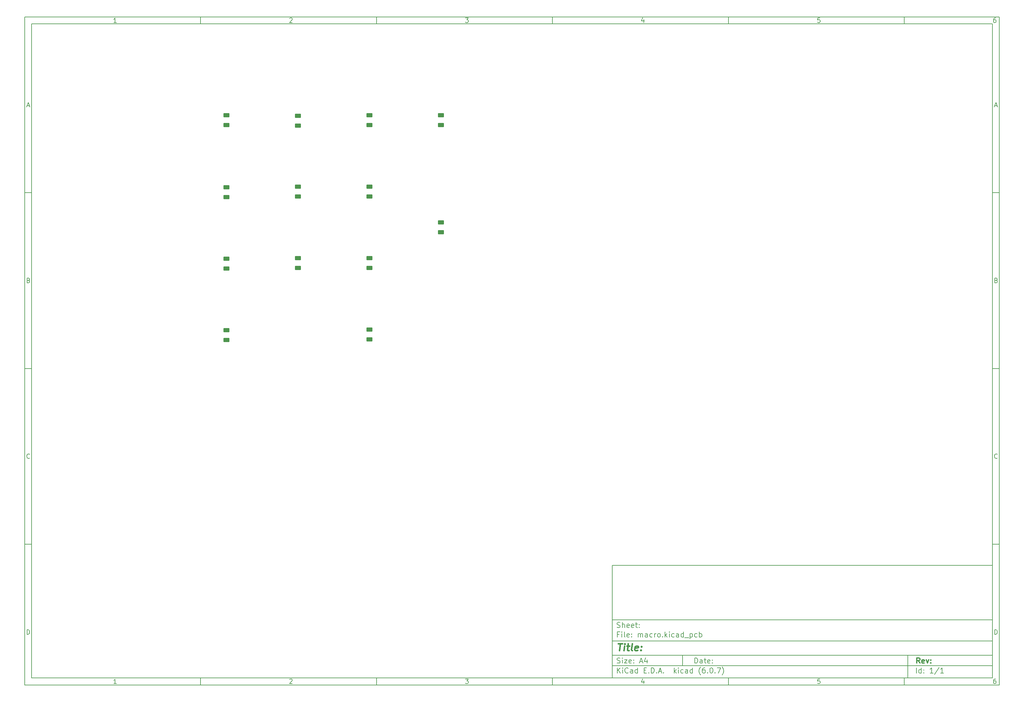
<source format=gbr>
%TF.GenerationSoftware,KiCad,Pcbnew,(6.0.7)*%
%TF.CreationDate,2022-08-16T17:25:39+02:00*%
%TF.ProjectId,macro,6d616372-6f2e-46b6-9963-61645f706362,rev?*%
%TF.SameCoordinates,Original*%
%TF.FileFunction,Paste,Top*%
%TF.FilePolarity,Positive*%
%FSLAX46Y46*%
G04 Gerber Fmt 4.6, Leading zero omitted, Abs format (unit mm)*
G04 Created by KiCad (PCBNEW (6.0.7)) date 2022-08-16 17:25:39*
%MOMM*%
%LPD*%
G01*
G04 APERTURE LIST*
G04 Aperture macros list*
%AMRoundRect*
0 Rectangle with rounded corners*
0 $1 Rounding radius*
0 $2 $3 $4 $5 $6 $7 $8 $9 X,Y pos of 4 corners*
0 Add a 4 corners polygon primitive as box body*
4,1,4,$2,$3,$4,$5,$6,$7,$8,$9,$2,$3,0*
0 Add four circle primitives for the rounded corners*
1,1,$1+$1,$2,$3*
1,1,$1+$1,$4,$5*
1,1,$1+$1,$6,$7*
1,1,$1+$1,$8,$9*
0 Add four rect primitives between the rounded corners*
20,1,$1+$1,$2,$3,$4,$5,0*
20,1,$1+$1,$4,$5,$6,$7,0*
20,1,$1+$1,$6,$7,$8,$9,0*
20,1,$1+$1,$8,$9,$2,$3,0*%
G04 Aperture macros list end*
%ADD10C,0.100000*%
%ADD11C,0.150000*%
%ADD12C,0.300000*%
%ADD13C,0.400000*%
%ADD14RoundRect,0.250000X0.625000X-0.375000X0.625000X0.375000X-0.625000X0.375000X-0.625000X-0.375000X0*%
G04 APERTURE END LIST*
D10*
D11*
X177002200Y-166007200D02*
X177002200Y-198007200D01*
X285002200Y-198007200D01*
X285002200Y-166007200D01*
X177002200Y-166007200D01*
D10*
D11*
X10000000Y-10000000D02*
X10000000Y-200007200D01*
X287002200Y-200007200D01*
X287002200Y-10000000D01*
X10000000Y-10000000D01*
D10*
D11*
X12000000Y-12000000D02*
X12000000Y-198007200D01*
X285002200Y-198007200D01*
X285002200Y-12000000D01*
X12000000Y-12000000D01*
D10*
D11*
X60000000Y-12000000D02*
X60000000Y-10000000D01*
D10*
D11*
X110000000Y-12000000D02*
X110000000Y-10000000D01*
D10*
D11*
X160000000Y-12000000D02*
X160000000Y-10000000D01*
D10*
D11*
X210000000Y-12000000D02*
X210000000Y-10000000D01*
D10*
D11*
X260000000Y-12000000D02*
X260000000Y-10000000D01*
D10*
D11*
X36065476Y-11588095D02*
X35322619Y-11588095D01*
X35694047Y-11588095D02*
X35694047Y-10288095D01*
X35570238Y-10473809D01*
X35446428Y-10597619D01*
X35322619Y-10659523D01*
D10*
D11*
X85322619Y-10411904D02*
X85384523Y-10350000D01*
X85508333Y-10288095D01*
X85817857Y-10288095D01*
X85941666Y-10350000D01*
X86003571Y-10411904D01*
X86065476Y-10535714D01*
X86065476Y-10659523D01*
X86003571Y-10845238D01*
X85260714Y-11588095D01*
X86065476Y-11588095D01*
D10*
D11*
X135260714Y-10288095D02*
X136065476Y-10288095D01*
X135632142Y-10783333D01*
X135817857Y-10783333D01*
X135941666Y-10845238D01*
X136003571Y-10907142D01*
X136065476Y-11030952D01*
X136065476Y-11340476D01*
X136003571Y-11464285D01*
X135941666Y-11526190D01*
X135817857Y-11588095D01*
X135446428Y-11588095D01*
X135322619Y-11526190D01*
X135260714Y-11464285D01*
D10*
D11*
X185941666Y-10721428D02*
X185941666Y-11588095D01*
X185632142Y-10226190D02*
X185322619Y-11154761D01*
X186127380Y-11154761D01*
D10*
D11*
X236003571Y-10288095D02*
X235384523Y-10288095D01*
X235322619Y-10907142D01*
X235384523Y-10845238D01*
X235508333Y-10783333D01*
X235817857Y-10783333D01*
X235941666Y-10845238D01*
X236003571Y-10907142D01*
X236065476Y-11030952D01*
X236065476Y-11340476D01*
X236003571Y-11464285D01*
X235941666Y-11526190D01*
X235817857Y-11588095D01*
X235508333Y-11588095D01*
X235384523Y-11526190D01*
X235322619Y-11464285D01*
D10*
D11*
X285941666Y-10288095D02*
X285694047Y-10288095D01*
X285570238Y-10350000D01*
X285508333Y-10411904D01*
X285384523Y-10597619D01*
X285322619Y-10845238D01*
X285322619Y-11340476D01*
X285384523Y-11464285D01*
X285446428Y-11526190D01*
X285570238Y-11588095D01*
X285817857Y-11588095D01*
X285941666Y-11526190D01*
X286003571Y-11464285D01*
X286065476Y-11340476D01*
X286065476Y-11030952D01*
X286003571Y-10907142D01*
X285941666Y-10845238D01*
X285817857Y-10783333D01*
X285570238Y-10783333D01*
X285446428Y-10845238D01*
X285384523Y-10907142D01*
X285322619Y-11030952D01*
D10*
D11*
X60000000Y-198007200D02*
X60000000Y-200007200D01*
D10*
D11*
X110000000Y-198007200D02*
X110000000Y-200007200D01*
D10*
D11*
X160000000Y-198007200D02*
X160000000Y-200007200D01*
D10*
D11*
X210000000Y-198007200D02*
X210000000Y-200007200D01*
D10*
D11*
X260000000Y-198007200D02*
X260000000Y-200007200D01*
D10*
D11*
X36065476Y-199595295D02*
X35322619Y-199595295D01*
X35694047Y-199595295D02*
X35694047Y-198295295D01*
X35570238Y-198481009D01*
X35446428Y-198604819D01*
X35322619Y-198666723D01*
D10*
D11*
X85322619Y-198419104D02*
X85384523Y-198357200D01*
X85508333Y-198295295D01*
X85817857Y-198295295D01*
X85941666Y-198357200D01*
X86003571Y-198419104D01*
X86065476Y-198542914D01*
X86065476Y-198666723D01*
X86003571Y-198852438D01*
X85260714Y-199595295D01*
X86065476Y-199595295D01*
D10*
D11*
X135260714Y-198295295D02*
X136065476Y-198295295D01*
X135632142Y-198790533D01*
X135817857Y-198790533D01*
X135941666Y-198852438D01*
X136003571Y-198914342D01*
X136065476Y-199038152D01*
X136065476Y-199347676D01*
X136003571Y-199471485D01*
X135941666Y-199533390D01*
X135817857Y-199595295D01*
X135446428Y-199595295D01*
X135322619Y-199533390D01*
X135260714Y-199471485D01*
D10*
D11*
X185941666Y-198728628D02*
X185941666Y-199595295D01*
X185632142Y-198233390D02*
X185322619Y-199161961D01*
X186127380Y-199161961D01*
D10*
D11*
X236003571Y-198295295D02*
X235384523Y-198295295D01*
X235322619Y-198914342D01*
X235384523Y-198852438D01*
X235508333Y-198790533D01*
X235817857Y-198790533D01*
X235941666Y-198852438D01*
X236003571Y-198914342D01*
X236065476Y-199038152D01*
X236065476Y-199347676D01*
X236003571Y-199471485D01*
X235941666Y-199533390D01*
X235817857Y-199595295D01*
X235508333Y-199595295D01*
X235384523Y-199533390D01*
X235322619Y-199471485D01*
D10*
D11*
X285941666Y-198295295D02*
X285694047Y-198295295D01*
X285570238Y-198357200D01*
X285508333Y-198419104D01*
X285384523Y-198604819D01*
X285322619Y-198852438D01*
X285322619Y-199347676D01*
X285384523Y-199471485D01*
X285446428Y-199533390D01*
X285570238Y-199595295D01*
X285817857Y-199595295D01*
X285941666Y-199533390D01*
X286003571Y-199471485D01*
X286065476Y-199347676D01*
X286065476Y-199038152D01*
X286003571Y-198914342D01*
X285941666Y-198852438D01*
X285817857Y-198790533D01*
X285570238Y-198790533D01*
X285446428Y-198852438D01*
X285384523Y-198914342D01*
X285322619Y-199038152D01*
D10*
D11*
X10000000Y-60000000D02*
X12000000Y-60000000D01*
D10*
D11*
X10000000Y-110000000D02*
X12000000Y-110000000D01*
D10*
D11*
X10000000Y-160000000D02*
X12000000Y-160000000D01*
D10*
D11*
X10690476Y-35216666D02*
X11309523Y-35216666D01*
X10566666Y-35588095D02*
X11000000Y-34288095D01*
X11433333Y-35588095D01*
D10*
D11*
X11092857Y-84907142D02*
X11278571Y-84969047D01*
X11340476Y-85030952D01*
X11402380Y-85154761D01*
X11402380Y-85340476D01*
X11340476Y-85464285D01*
X11278571Y-85526190D01*
X11154761Y-85588095D01*
X10659523Y-85588095D01*
X10659523Y-84288095D01*
X11092857Y-84288095D01*
X11216666Y-84350000D01*
X11278571Y-84411904D01*
X11340476Y-84535714D01*
X11340476Y-84659523D01*
X11278571Y-84783333D01*
X11216666Y-84845238D01*
X11092857Y-84907142D01*
X10659523Y-84907142D01*
D10*
D11*
X11402380Y-135464285D02*
X11340476Y-135526190D01*
X11154761Y-135588095D01*
X11030952Y-135588095D01*
X10845238Y-135526190D01*
X10721428Y-135402380D01*
X10659523Y-135278571D01*
X10597619Y-135030952D01*
X10597619Y-134845238D01*
X10659523Y-134597619D01*
X10721428Y-134473809D01*
X10845238Y-134350000D01*
X11030952Y-134288095D01*
X11154761Y-134288095D01*
X11340476Y-134350000D01*
X11402380Y-134411904D01*
D10*
D11*
X10659523Y-185588095D02*
X10659523Y-184288095D01*
X10969047Y-184288095D01*
X11154761Y-184350000D01*
X11278571Y-184473809D01*
X11340476Y-184597619D01*
X11402380Y-184845238D01*
X11402380Y-185030952D01*
X11340476Y-185278571D01*
X11278571Y-185402380D01*
X11154761Y-185526190D01*
X10969047Y-185588095D01*
X10659523Y-185588095D01*
D10*
D11*
X287002200Y-60000000D02*
X285002200Y-60000000D01*
D10*
D11*
X287002200Y-110000000D02*
X285002200Y-110000000D01*
D10*
D11*
X287002200Y-160000000D02*
X285002200Y-160000000D01*
D10*
D11*
X285692676Y-35216666D02*
X286311723Y-35216666D01*
X285568866Y-35588095D02*
X286002200Y-34288095D01*
X286435533Y-35588095D01*
D10*
D11*
X286095057Y-84907142D02*
X286280771Y-84969047D01*
X286342676Y-85030952D01*
X286404580Y-85154761D01*
X286404580Y-85340476D01*
X286342676Y-85464285D01*
X286280771Y-85526190D01*
X286156961Y-85588095D01*
X285661723Y-85588095D01*
X285661723Y-84288095D01*
X286095057Y-84288095D01*
X286218866Y-84350000D01*
X286280771Y-84411904D01*
X286342676Y-84535714D01*
X286342676Y-84659523D01*
X286280771Y-84783333D01*
X286218866Y-84845238D01*
X286095057Y-84907142D01*
X285661723Y-84907142D01*
D10*
D11*
X286404580Y-135464285D02*
X286342676Y-135526190D01*
X286156961Y-135588095D01*
X286033152Y-135588095D01*
X285847438Y-135526190D01*
X285723628Y-135402380D01*
X285661723Y-135278571D01*
X285599819Y-135030952D01*
X285599819Y-134845238D01*
X285661723Y-134597619D01*
X285723628Y-134473809D01*
X285847438Y-134350000D01*
X286033152Y-134288095D01*
X286156961Y-134288095D01*
X286342676Y-134350000D01*
X286404580Y-134411904D01*
D10*
D11*
X285661723Y-185588095D02*
X285661723Y-184288095D01*
X285971247Y-184288095D01*
X286156961Y-184350000D01*
X286280771Y-184473809D01*
X286342676Y-184597619D01*
X286404580Y-184845238D01*
X286404580Y-185030952D01*
X286342676Y-185278571D01*
X286280771Y-185402380D01*
X286156961Y-185526190D01*
X285971247Y-185588095D01*
X285661723Y-185588095D01*
D10*
D11*
X200434342Y-193785771D02*
X200434342Y-192285771D01*
X200791485Y-192285771D01*
X201005771Y-192357200D01*
X201148628Y-192500057D01*
X201220057Y-192642914D01*
X201291485Y-192928628D01*
X201291485Y-193142914D01*
X201220057Y-193428628D01*
X201148628Y-193571485D01*
X201005771Y-193714342D01*
X200791485Y-193785771D01*
X200434342Y-193785771D01*
X202577200Y-193785771D02*
X202577200Y-193000057D01*
X202505771Y-192857200D01*
X202362914Y-192785771D01*
X202077200Y-192785771D01*
X201934342Y-192857200D01*
X202577200Y-193714342D02*
X202434342Y-193785771D01*
X202077200Y-193785771D01*
X201934342Y-193714342D01*
X201862914Y-193571485D01*
X201862914Y-193428628D01*
X201934342Y-193285771D01*
X202077200Y-193214342D01*
X202434342Y-193214342D01*
X202577200Y-193142914D01*
X203077200Y-192785771D02*
X203648628Y-192785771D01*
X203291485Y-192285771D02*
X203291485Y-193571485D01*
X203362914Y-193714342D01*
X203505771Y-193785771D01*
X203648628Y-193785771D01*
X204720057Y-193714342D02*
X204577200Y-193785771D01*
X204291485Y-193785771D01*
X204148628Y-193714342D01*
X204077200Y-193571485D01*
X204077200Y-193000057D01*
X204148628Y-192857200D01*
X204291485Y-192785771D01*
X204577200Y-192785771D01*
X204720057Y-192857200D01*
X204791485Y-193000057D01*
X204791485Y-193142914D01*
X204077200Y-193285771D01*
X205434342Y-193642914D02*
X205505771Y-193714342D01*
X205434342Y-193785771D01*
X205362914Y-193714342D01*
X205434342Y-193642914D01*
X205434342Y-193785771D01*
X205434342Y-192857200D02*
X205505771Y-192928628D01*
X205434342Y-193000057D01*
X205362914Y-192928628D01*
X205434342Y-192857200D01*
X205434342Y-193000057D01*
D10*
D11*
X177002200Y-194507200D02*
X285002200Y-194507200D01*
D10*
D11*
X178434342Y-196585771D02*
X178434342Y-195085771D01*
X179291485Y-196585771D02*
X178648628Y-195728628D01*
X179291485Y-195085771D02*
X178434342Y-195942914D01*
X179934342Y-196585771D02*
X179934342Y-195585771D01*
X179934342Y-195085771D02*
X179862914Y-195157200D01*
X179934342Y-195228628D01*
X180005771Y-195157200D01*
X179934342Y-195085771D01*
X179934342Y-195228628D01*
X181505771Y-196442914D02*
X181434342Y-196514342D01*
X181220057Y-196585771D01*
X181077200Y-196585771D01*
X180862914Y-196514342D01*
X180720057Y-196371485D01*
X180648628Y-196228628D01*
X180577200Y-195942914D01*
X180577200Y-195728628D01*
X180648628Y-195442914D01*
X180720057Y-195300057D01*
X180862914Y-195157200D01*
X181077200Y-195085771D01*
X181220057Y-195085771D01*
X181434342Y-195157200D01*
X181505771Y-195228628D01*
X182791485Y-196585771D02*
X182791485Y-195800057D01*
X182720057Y-195657200D01*
X182577200Y-195585771D01*
X182291485Y-195585771D01*
X182148628Y-195657200D01*
X182791485Y-196514342D02*
X182648628Y-196585771D01*
X182291485Y-196585771D01*
X182148628Y-196514342D01*
X182077200Y-196371485D01*
X182077200Y-196228628D01*
X182148628Y-196085771D01*
X182291485Y-196014342D01*
X182648628Y-196014342D01*
X182791485Y-195942914D01*
X184148628Y-196585771D02*
X184148628Y-195085771D01*
X184148628Y-196514342D02*
X184005771Y-196585771D01*
X183720057Y-196585771D01*
X183577200Y-196514342D01*
X183505771Y-196442914D01*
X183434342Y-196300057D01*
X183434342Y-195871485D01*
X183505771Y-195728628D01*
X183577200Y-195657200D01*
X183720057Y-195585771D01*
X184005771Y-195585771D01*
X184148628Y-195657200D01*
X186005771Y-195800057D02*
X186505771Y-195800057D01*
X186720057Y-196585771D02*
X186005771Y-196585771D01*
X186005771Y-195085771D01*
X186720057Y-195085771D01*
X187362914Y-196442914D02*
X187434342Y-196514342D01*
X187362914Y-196585771D01*
X187291485Y-196514342D01*
X187362914Y-196442914D01*
X187362914Y-196585771D01*
X188077200Y-196585771D02*
X188077200Y-195085771D01*
X188434342Y-195085771D01*
X188648628Y-195157200D01*
X188791485Y-195300057D01*
X188862914Y-195442914D01*
X188934342Y-195728628D01*
X188934342Y-195942914D01*
X188862914Y-196228628D01*
X188791485Y-196371485D01*
X188648628Y-196514342D01*
X188434342Y-196585771D01*
X188077200Y-196585771D01*
X189577200Y-196442914D02*
X189648628Y-196514342D01*
X189577200Y-196585771D01*
X189505771Y-196514342D01*
X189577200Y-196442914D01*
X189577200Y-196585771D01*
X190220057Y-196157200D02*
X190934342Y-196157200D01*
X190077200Y-196585771D02*
X190577200Y-195085771D01*
X191077200Y-196585771D01*
X191577200Y-196442914D02*
X191648628Y-196514342D01*
X191577200Y-196585771D01*
X191505771Y-196514342D01*
X191577200Y-196442914D01*
X191577200Y-196585771D01*
X194577200Y-196585771D02*
X194577200Y-195085771D01*
X194720057Y-196014342D02*
X195148628Y-196585771D01*
X195148628Y-195585771D02*
X194577200Y-196157200D01*
X195791485Y-196585771D02*
X195791485Y-195585771D01*
X195791485Y-195085771D02*
X195720057Y-195157200D01*
X195791485Y-195228628D01*
X195862914Y-195157200D01*
X195791485Y-195085771D01*
X195791485Y-195228628D01*
X197148628Y-196514342D02*
X197005771Y-196585771D01*
X196720057Y-196585771D01*
X196577200Y-196514342D01*
X196505771Y-196442914D01*
X196434342Y-196300057D01*
X196434342Y-195871485D01*
X196505771Y-195728628D01*
X196577200Y-195657200D01*
X196720057Y-195585771D01*
X197005771Y-195585771D01*
X197148628Y-195657200D01*
X198434342Y-196585771D02*
X198434342Y-195800057D01*
X198362914Y-195657200D01*
X198220057Y-195585771D01*
X197934342Y-195585771D01*
X197791485Y-195657200D01*
X198434342Y-196514342D02*
X198291485Y-196585771D01*
X197934342Y-196585771D01*
X197791485Y-196514342D01*
X197720057Y-196371485D01*
X197720057Y-196228628D01*
X197791485Y-196085771D01*
X197934342Y-196014342D01*
X198291485Y-196014342D01*
X198434342Y-195942914D01*
X199791485Y-196585771D02*
X199791485Y-195085771D01*
X199791485Y-196514342D02*
X199648628Y-196585771D01*
X199362914Y-196585771D01*
X199220057Y-196514342D01*
X199148628Y-196442914D01*
X199077200Y-196300057D01*
X199077200Y-195871485D01*
X199148628Y-195728628D01*
X199220057Y-195657200D01*
X199362914Y-195585771D01*
X199648628Y-195585771D01*
X199791485Y-195657200D01*
X202077200Y-197157200D02*
X202005771Y-197085771D01*
X201862914Y-196871485D01*
X201791485Y-196728628D01*
X201720057Y-196514342D01*
X201648628Y-196157200D01*
X201648628Y-195871485D01*
X201720057Y-195514342D01*
X201791485Y-195300057D01*
X201862914Y-195157200D01*
X202005771Y-194942914D01*
X202077200Y-194871485D01*
X203291485Y-195085771D02*
X203005771Y-195085771D01*
X202862914Y-195157200D01*
X202791485Y-195228628D01*
X202648628Y-195442914D01*
X202577200Y-195728628D01*
X202577200Y-196300057D01*
X202648628Y-196442914D01*
X202720057Y-196514342D01*
X202862914Y-196585771D01*
X203148628Y-196585771D01*
X203291485Y-196514342D01*
X203362914Y-196442914D01*
X203434342Y-196300057D01*
X203434342Y-195942914D01*
X203362914Y-195800057D01*
X203291485Y-195728628D01*
X203148628Y-195657200D01*
X202862914Y-195657200D01*
X202720057Y-195728628D01*
X202648628Y-195800057D01*
X202577200Y-195942914D01*
X204077200Y-196442914D02*
X204148628Y-196514342D01*
X204077200Y-196585771D01*
X204005771Y-196514342D01*
X204077200Y-196442914D01*
X204077200Y-196585771D01*
X205077200Y-195085771D02*
X205220057Y-195085771D01*
X205362914Y-195157200D01*
X205434342Y-195228628D01*
X205505771Y-195371485D01*
X205577200Y-195657200D01*
X205577200Y-196014342D01*
X205505771Y-196300057D01*
X205434342Y-196442914D01*
X205362914Y-196514342D01*
X205220057Y-196585771D01*
X205077200Y-196585771D01*
X204934342Y-196514342D01*
X204862914Y-196442914D01*
X204791485Y-196300057D01*
X204720057Y-196014342D01*
X204720057Y-195657200D01*
X204791485Y-195371485D01*
X204862914Y-195228628D01*
X204934342Y-195157200D01*
X205077200Y-195085771D01*
X206220057Y-196442914D02*
X206291485Y-196514342D01*
X206220057Y-196585771D01*
X206148628Y-196514342D01*
X206220057Y-196442914D01*
X206220057Y-196585771D01*
X206791485Y-195085771D02*
X207791485Y-195085771D01*
X207148628Y-196585771D01*
X208220057Y-197157200D02*
X208291485Y-197085771D01*
X208434342Y-196871485D01*
X208505771Y-196728628D01*
X208577200Y-196514342D01*
X208648628Y-196157200D01*
X208648628Y-195871485D01*
X208577200Y-195514342D01*
X208505771Y-195300057D01*
X208434342Y-195157200D01*
X208291485Y-194942914D01*
X208220057Y-194871485D01*
D10*
D11*
X177002200Y-191507200D02*
X285002200Y-191507200D01*
D10*
D12*
X264411485Y-193785771D02*
X263911485Y-193071485D01*
X263554342Y-193785771D02*
X263554342Y-192285771D01*
X264125771Y-192285771D01*
X264268628Y-192357200D01*
X264340057Y-192428628D01*
X264411485Y-192571485D01*
X264411485Y-192785771D01*
X264340057Y-192928628D01*
X264268628Y-193000057D01*
X264125771Y-193071485D01*
X263554342Y-193071485D01*
X265625771Y-193714342D02*
X265482914Y-193785771D01*
X265197200Y-193785771D01*
X265054342Y-193714342D01*
X264982914Y-193571485D01*
X264982914Y-193000057D01*
X265054342Y-192857200D01*
X265197200Y-192785771D01*
X265482914Y-192785771D01*
X265625771Y-192857200D01*
X265697200Y-193000057D01*
X265697200Y-193142914D01*
X264982914Y-193285771D01*
X266197200Y-192785771D02*
X266554342Y-193785771D01*
X266911485Y-192785771D01*
X267482914Y-193642914D02*
X267554342Y-193714342D01*
X267482914Y-193785771D01*
X267411485Y-193714342D01*
X267482914Y-193642914D01*
X267482914Y-193785771D01*
X267482914Y-192857200D02*
X267554342Y-192928628D01*
X267482914Y-193000057D01*
X267411485Y-192928628D01*
X267482914Y-192857200D01*
X267482914Y-193000057D01*
D10*
D11*
X178362914Y-193714342D02*
X178577200Y-193785771D01*
X178934342Y-193785771D01*
X179077200Y-193714342D01*
X179148628Y-193642914D01*
X179220057Y-193500057D01*
X179220057Y-193357200D01*
X179148628Y-193214342D01*
X179077200Y-193142914D01*
X178934342Y-193071485D01*
X178648628Y-193000057D01*
X178505771Y-192928628D01*
X178434342Y-192857200D01*
X178362914Y-192714342D01*
X178362914Y-192571485D01*
X178434342Y-192428628D01*
X178505771Y-192357200D01*
X178648628Y-192285771D01*
X179005771Y-192285771D01*
X179220057Y-192357200D01*
X179862914Y-193785771D02*
X179862914Y-192785771D01*
X179862914Y-192285771D02*
X179791485Y-192357200D01*
X179862914Y-192428628D01*
X179934342Y-192357200D01*
X179862914Y-192285771D01*
X179862914Y-192428628D01*
X180434342Y-192785771D02*
X181220057Y-192785771D01*
X180434342Y-193785771D01*
X181220057Y-193785771D01*
X182362914Y-193714342D02*
X182220057Y-193785771D01*
X181934342Y-193785771D01*
X181791485Y-193714342D01*
X181720057Y-193571485D01*
X181720057Y-193000057D01*
X181791485Y-192857200D01*
X181934342Y-192785771D01*
X182220057Y-192785771D01*
X182362914Y-192857200D01*
X182434342Y-193000057D01*
X182434342Y-193142914D01*
X181720057Y-193285771D01*
X183077200Y-193642914D02*
X183148628Y-193714342D01*
X183077200Y-193785771D01*
X183005771Y-193714342D01*
X183077200Y-193642914D01*
X183077200Y-193785771D01*
X183077200Y-192857200D02*
X183148628Y-192928628D01*
X183077200Y-193000057D01*
X183005771Y-192928628D01*
X183077200Y-192857200D01*
X183077200Y-193000057D01*
X184862914Y-193357200D02*
X185577200Y-193357200D01*
X184720057Y-193785771D02*
X185220057Y-192285771D01*
X185720057Y-193785771D01*
X186862914Y-192785771D02*
X186862914Y-193785771D01*
X186505771Y-192214342D02*
X186148628Y-193285771D01*
X187077200Y-193285771D01*
D10*
D11*
X263434342Y-196585771D02*
X263434342Y-195085771D01*
X264791485Y-196585771D02*
X264791485Y-195085771D01*
X264791485Y-196514342D02*
X264648628Y-196585771D01*
X264362914Y-196585771D01*
X264220057Y-196514342D01*
X264148628Y-196442914D01*
X264077200Y-196300057D01*
X264077200Y-195871485D01*
X264148628Y-195728628D01*
X264220057Y-195657200D01*
X264362914Y-195585771D01*
X264648628Y-195585771D01*
X264791485Y-195657200D01*
X265505771Y-196442914D02*
X265577200Y-196514342D01*
X265505771Y-196585771D01*
X265434342Y-196514342D01*
X265505771Y-196442914D01*
X265505771Y-196585771D01*
X265505771Y-195657200D02*
X265577200Y-195728628D01*
X265505771Y-195800057D01*
X265434342Y-195728628D01*
X265505771Y-195657200D01*
X265505771Y-195800057D01*
X268148628Y-196585771D02*
X267291485Y-196585771D01*
X267720057Y-196585771D02*
X267720057Y-195085771D01*
X267577200Y-195300057D01*
X267434342Y-195442914D01*
X267291485Y-195514342D01*
X269862914Y-195014342D02*
X268577200Y-196942914D01*
X271148628Y-196585771D02*
X270291485Y-196585771D01*
X270720057Y-196585771D02*
X270720057Y-195085771D01*
X270577200Y-195300057D01*
X270434342Y-195442914D01*
X270291485Y-195514342D01*
D10*
D11*
X177002200Y-187507200D02*
X285002200Y-187507200D01*
D10*
D13*
X178714580Y-188211961D02*
X179857438Y-188211961D01*
X179036009Y-190211961D02*
X179286009Y-188211961D01*
X180274104Y-190211961D02*
X180440771Y-188878628D01*
X180524104Y-188211961D02*
X180416961Y-188307200D01*
X180500295Y-188402438D01*
X180607438Y-188307200D01*
X180524104Y-188211961D01*
X180500295Y-188402438D01*
X181107438Y-188878628D02*
X181869342Y-188878628D01*
X181476485Y-188211961D02*
X181262200Y-189926247D01*
X181333628Y-190116723D01*
X181512200Y-190211961D01*
X181702676Y-190211961D01*
X182655057Y-190211961D02*
X182476485Y-190116723D01*
X182405057Y-189926247D01*
X182619342Y-188211961D01*
X184190771Y-190116723D02*
X183988390Y-190211961D01*
X183607438Y-190211961D01*
X183428866Y-190116723D01*
X183357438Y-189926247D01*
X183452676Y-189164342D01*
X183571723Y-188973866D01*
X183774104Y-188878628D01*
X184155057Y-188878628D01*
X184333628Y-188973866D01*
X184405057Y-189164342D01*
X184381247Y-189354819D01*
X183405057Y-189545295D01*
X185155057Y-190021485D02*
X185238390Y-190116723D01*
X185131247Y-190211961D01*
X185047914Y-190116723D01*
X185155057Y-190021485D01*
X185131247Y-190211961D01*
X185286009Y-188973866D02*
X185369342Y-189069104D01*
X185262200Y-189164342D01*
X185178866Y-189069104D01*
X185286009Y-188973866D01*
X185262200Y-189164342D01*
D10*
D11*
X178934342Y-185600057D02*
X178434342Y-185600057D01*
X178434342Y-186385771D02*
X178434342Y-184885771D01*
X179148628Y-184885771D01*
X179720057Y-186385771D02*
X179720057Y-185385771D01*
X179720057Y-184885771D02*
X179648628Y-184957200D01*
X179720057Y-185028628D01*
X179791485Y-184957200D01*
X179720057Y-184885771D01*
X179720057Y-185028628D01*
X180648628Y-186385771D02*
X180505771Y-186314342D01*
X180434342Y-186171485D01*
X180434342Y-184885771D01*
X181791485Y-186314342D02*
X181648628Y-186385771D01*
X181362914Y-186385771D01*
X181220057Y-186314342D01*
X181148628Y-186171485D01*
X181148628Y-185600057D01*
X181220057Y-185457200D01*
X181362914Y-185385771D01*
X181648628Y-185385771D01*
X181791485Y-185457200D01*
X181862914Y-185600057D01*
X181862914Y-185742914D01*
X181148628Y-185885771D01*
X182505771Y-186242914D02*
X182577200Y-186314342D01*
X182505771Y-186385771D01*
X182434342Y-186314342D01*
X182505771Y-186242914D01*
X182505771Y-186385771D01*
X182505771Y-185457200D02*
X182577200Y-185528628D01*
X182505771Y-185600057D01*
X182434342Y-185528628D01*
X182505771Y-185457200D01*
X182505771Y-185600057D01*
X184362914Y-186385771D02*
X184362914Y-185385771D01*
X184362914Y-185528628D02*
X184434342Y-185457200D01*
X184577200Y-185385771D01*
X184791485Y-185385771D01*
X184934342Y-185457200D01*
X185005771Y-185600057D01*
X185005771Y-186385771D01*
X185005771Y-185600057D02*
X185077200Y-185457200D01*
X185220057Y-185385771D01*
X185434342Y-185385771D01*
X185577200Y-185457200D01*
X185648628Y-185600057D01*
X185648628Y-186385771D01*
X187005771Y-186385771D02*
X187005771Y-185600057D01*
X186934342Y-185457200D01*
X186791485Y-185385771D01*
X186505771Y-185385771D01*
X186362914Y-185457200D01*
X187005771Y-186314342D02*
X186862914Y-186385771D01*
X186505771Y-186385771D01*
X186362914Y-186314342D01*
X186291485Y-186171485D01*
X186291485Y-186028628D01*
X186362914Y-185885771D01*
X186505771Y-185814342D01*
X186862914Y-185814342D01*
X187005771Y-185742914D01*
X188362914Y-186314342D02*
X188220057Y-186385771D01*
X187934342Y-186385771D01*
X187791485Y-186314342D01*
X187720057Y-186242914D01*
X187648628Y-186100057D01*
X187648628Y-185671485D01*
X187720057Y-185528628D01*
X187791485Y-185457200D01*
X187934342Y-185385771D01*
X188220057Y-185385771D01*
X188362914Y-185457200D01*
X189005771Y-186385771D02*
X189005771Y-185385771D01*
X189005771Y-185671485D02*
X189077200Y-185528628D01*
X189148628Y-185457200D01*
X189291485Y-185385771D01*
X189434342Y-185385771D01*
X190148628Y-186385771D02*
X190005771Y-186314342D01*
X189934342Y-186242914D01*
X189862914Y-186100057D01*
X189862914Y-185671485D01*
X189934342Y-185528628D01*
X190005771Y-185457200D01*
X190148628Y-185385771D01*
X190362914Y-185385771D01*
X190505771Y-185457200D01*
X190577200Y-185528628D01*
X190648628Y-185671485D01*
X190648628Y-186100057D01*
X190577200Y-186242914D01*
X190505771Y-186314342D01*
X190362914Y-186385771D01*
X190148628Y-186385771D01*
X191291485Y-186242914D02*
X191362914Y-186314342D01*
X191291485Y-186385771D01*
X191220057Y-186314342D01*
X191291485Y-186242914D01*
X191291485Y-186385771D01*
X192005771Y-186385771D02*
X192005771Y-184885771D01*
X192148628Y-185814342D02*
X192577200Y-186385771D01*
X192577200Y-185385771D02*
X192005771Y-185957200D01*
X193220057Y-186385771D02*
X193220057Y-185385771D01*
X193220057Y-184885771D02*
X193148628Y-184957200D01*
X193220057Y-185028628D01*
X193291485Y-184957200D01*
X193220057Y-184885771D01*
X193220057Y-185028628D01*
X194577200Y-186314342D02*
X194434342Y-186385771D01*
X194148628Y-186385771D01*
X194005771Y-186314342D01*
X193934342Y-186242914D01*
X193862914Y-186100057D01*
X193862914Y-185671485D01*
X193934342Y-185528628D01*
X194005771Y-185457200D01*
X194148628Y-185385771D01*
X194434342Y-185385771D01*
X194577200Y-185457200D01*
X195862914Y-186385771D02*
X195862914Y-185600057D01*
X195791485Y-185457200D01*
X195648628Y-185385771D01*
X195362914Y-185385771D01*
X195220057Y-185457200D01*
X195862914Y-186314342D02*
X195720057Y-186385771D01*
X195362914Y-186385771D01*
X195220057Y-186314342D01*
X195148628Y-186171485D01*
X195148628Y-186028628D01*
X195220057Y-185885771D01*
X195362914Y-185814342D01*
X195720057Y-185814342D01*
X195862914Y-185742914D01*
X197220057Y-186385771D02*
X197220057Y-184885771D01*
X197220057Y-186314342D02*
X197077200Y-186385771D01*
X196791485Y-186385771D01*
X196648628Y-186314342D01*
X196577200Y-186242914D01*
X196505771Y-186100057D01*
X196505771Y-185671485D01*
X196577200Y-185528628D01*
X196648628Y-185457200D01*
X196791485Y-185385771D01*
X197077200Y-185385771D01*
X197220057Y-185457200D01*
X197577200Y-186528628D02*
X198720057Y-186528628D01*
X199077200Y-185385771D02*
X199077200Y-186885771D01*
X199077200Y-185457200D02*
X199220057Y-185385771D01*
X199505771Y-185385771D01*
X199648628Y-185457200D01*
X199720057Y-185528628D01*
X199791485Y-185671485D01*
X199791485Y-186100057D01*
X199720057Y-186242914D01*
X199648628Y-186314342D01*
X199505771Y-186385771D01*
X199220057Y-186385771D01*
X199077200Y-186314342D01*
X201077200Y-186314342D02*
X200934342Y-186385771D01*
X200648628Y-186385771D01*
X200505771Y-186314342D01*
X200434342Y-186242914D01*
X200362914Y-186100057D01*
X200362914Y-185671485D01*
X200434342Y-185528628D01*
X200505771Y-185457200D01*
X200648628Y-185385771D01*
X200934342Y-185385771D01*
X201077200Y-185457200D01*
X201720057Y-186385771D02*
X201720057Y-184885771D01*
X201720057Y-185457200D02*
X201862914Y-185385771D01*
X202148628Y-185385771D01*
X202291485Y-185457200D01*
X202362914Y-185528628D01*
X202434342Y-185671485D01*
X202434342Y-186100057D01*
X202362914Y-186242914D01*
X202291485Y-186314342D01*
X202148628Y-186385771D01*
X201862914Y-186385771D01*
X201720057Y-186314342D01*
D10*
D11*
X177002200Y-181507200D02*
X285002200Y-181507200D01*
D10*
D11*
X178362914Y-183614342D02*
X178577200Y-183685771D01*
X178934342Y-183685771D01*
X179077200Y-183614342D01*
X179148628Y-183542914D01*
X179220057Y-183400057D01*
X179220057Y-183257200D01*
X179148628Y-183114342D01*
X179077200Y-183042914D01*
X178934342Y-182971485D01*
X178648628Y-182900057D01*
X178505771Y-182828628D01*
X178434342Y-182757200D01*
X178362914Y-182614342D01*
X178362914Y-182471485D01*
X178434342Y-182328628D01*
X178505771Y-182257200D01*
X178648628Y-182185771D01*
X179005771Y-182185771D01*
X179220057Y-182257200D01*
X179862914Y-183685771D02*
X179862914Y-182185771D01*
X180505771Y-183685771D02*
X180505771Y-182900057D01*
X180434342Y-182757200D01*
X180291485Y-182685771D01*
X180077200Y-182685771D01*
X179934342Y-182757200D01*
X179862914Y-182828628D01*
X181791485Y-183614342D02*
X181648628Y-183685771D01*
X181362914Y-183685771D01*
X181220057Y-183614342D01*
X181148628Y-183471485D01*
X181148628Y-182900057D01*
X181220057Y-182757200D01*
X181362914Y-182685771D01*
X181648628Y-182685771D01*
X181791485Y-182757200D01*
X181862914Y-182900057D01*
X181862914Y-183042914D01*
X181148628Y-183185771D01*
X183077200Y-183614342D02*
X182934342Y-183685771D01*
X182648628Y-183685771D01*
X182505771Y-183614342D01*
X182434342Y-183471485D01*
X182434342Y-182900057D01*
X182505771Y-182757200D01*
X182648628Y-182685771D01*
X182934342Y-182685771D01*
X183077200Y-182757200D01*
X183148628Y-182900057D01*
X183148628Y-183042914D01*
X182434342Y-183185771D01*
X183577200Y-182685771D02*
X184148628Y-182685771D01*
X183791485Y-182185771D02*
X183791485Y-183471485D01*
X183862914Y-183614342D01*
X184005771Y-183685771D01*
X184148628Y-183685771D01*
X184648628Y-183542914D02*
X184720057Y-183614342D01*
X184648628Y-183685771D01*
X184577200Y-183614342D01*
X184648628Y-183542914D01*
X184648628Y-183685771D01*
X184648628Y-182757200D02*
X184720057Y-182828628D01*
X184648628Y-182900057D01*
X184577200Y-182828628D01*
X184648628Y-182757200D01*
X184648628Y-182900057D01*
D10*
D12*
D10*
D11*
D10*
D11*
D10*
D11*
D10*
D11*
D10*
D11*
X197002200Y-191507200D02*
X197002200Y-194507200D01*
D10*
D11*
X261002200Y-191507200D02*
X261002200Y-198007200D01*
D14*
%TO.C,Diode*%
X107950000Y-101730000D03*
X107950000Y-98930000D03*
%TD*%
%TO.C,Diode*%
X128270000Y-71250000D03*
X128270000Y-68450000D03*
%TD*%
%TO.C,Diode*%
X107950000Y-81410000D03*
X107950000Y-78610000D03*
%TD*%
%TO.C,Diode*%
X87630000Y-81410000D03*
X87630000Y-78610000D03*
%TD*%
%TO.C,Diode*%
X107950000Y-61090000D03*
X107950000Y-58290000D03*
%TD*%
%TO.C,Diode*%
X87630000Y-61090000D03*
X87630000Y-58290000D03*
%TD*%
%TO.C,Diode*%
X128270000Y-40770000D03*
X128270000Y-37970000D03*
%TD*%
%TO.C,Diode*%
X107950000Y-40770000D03*
X107950000Y-37970000D03*
%TD*%
%TO.C,Diode*%
X87630000Y-40900000D03*
X87630000Y-38100000D03*
%TD*%
%TO.C,Diode*%
X67310000Y-101860000D03*
X67310000Y-99060000D03*
%TD*%
%TO.C,Diode*%
X67310000Y-81540000D03*
X67310000Y-78740000D03*
%TD*%
%TO.C,Diode*%
X67310000Y-61220000D03*
X67310000Y-58420000D03*
%TD*%
%TO.C,Diode*%
X67310000Y-40770000D03*
X67310000Y-37970000D03*
%TD*%
M02*

</source>
